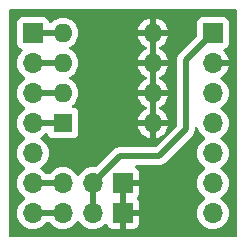
<source format=gbr>
%TF.GenerationSoftware,KiCad,Pcbnew,8.0.4*%
%TF.CreationDate,2024-07-26T21:26:35+02:00*%
%TF.ProjectId,rx_pcb,72785f70-6362-42e6-9b69-6361645f7063,rev?*%
%TF.SameCoordinates,Original*%
%TF.FileFunction,Copper,L1,Top*%
%TF.FilePolarity,Positive*%
%FSLAX46Y46*%
G04 Gerber Fmt 4.6, Leading zero omitted, Abs format (unit mm)*
G04 Created by KiCad (PCBNEW 8.0.4) date 2024-07-26 21:26:35*
%MOMM*%
%LPD*%
G01*
G04 APERTURE LIST*
%TA.AperFunction,ComponentPad*%
%ADD10R,1.600000X1.600000*%
%TD*%
%TA.AperFunction,ComponentPad*%
%ADD11O,1.600000X1.600000*%
%TD*%
%TA.AperFunction,ComponentPad*%
%ADD12R,1.700000X1.700000*%
%TD*%
%TA.AperFunction,ComponentPad*%
%ADD13O,1.700000X1.700000*%
%TD*%
%TA.AperFunction,Conductor*%
%ADD14C,0.500000*%
%TD*%
G04 APERTURE END LIST*
D10*
%TO.P,SW1,1*%
%TO.N,Net-(J1-Pin_4)*%
X121920000Y-83820000D03*
D11*
%TO.P,SW1,2*%
%TO.N,Net-(J1-Pin_3)*%
X121920000Y-81280000D03*
%TO.P,SW1,3*%
%TO.N,Net-(J1-Pin_2)*%
X121920000Y-78740000D03*
%TO.P,SW1,4*%
%TO.N,Net-(J1-Pin_1)*%
X121920000Y-76200000D03*
%TO.P,SW1,5*%
%TO.N,GND*%
X129540000Y-76200000D03*
%TO.P,SW1,6*%
X129540000Y-78740000D03*
%TO.P,SW1,7*%
X129540000Y-81280000D03*
%TO.P,SW1,8*%
X129540000Y-83820000D03*
%TD*%
D12*
%TO.P,J4,1,Pin_1*%
%TO.N,GND*%
X127000000Y-88900000D03*
D13*
%TO.P,J4,2,Pin_2*%
%TO.N,+5V*%
X124460000Y-88900000D03*
%TO.P,J4,3,Pin_3*%
%TO.N,Net-(J1-Pin_6)*%
X121920000Y-88900000D03*
%TD*%
D12*
%TO.P,J3,1,Pin_1*%
%TO.N,GND*%
X127000000Y-91440000D03*
D13*
%TO.P,J3,2,Pin_2*%
%TO.N,+5V*%
X124460000Y-91440000D03*
%TO.P,J3,3,Pin_3*%
%TO.N,Net-(J1-Pin_7)*%
X121920000Y-91440000D03*
%TD*%
D12*
%TO.P,J2,1,Pin_1*%
%TO.N,+5V*%
X134620000Y-76200000D03*
D13*
%TO.P,J2,2,Pin_2*%
%TO.N,GND*%
X134620000Y-78740000D03*
%TO.P,J2,3,Pin_3*%
%TO.N,unconnected-(J2-Pin_3-Pad3)*%
X134620000Y-81280000D03*
%TO.P,J2,4,Pin_4*%
%TO.N,unconnected-(J2-Pin_4-Pad4)*%
X134620000Y-83820000D03*
%TO.P,J2,5,Pin_5*%
%TO.N,unconnected-(J2-Pin_5-Pad5)*%
X134620000Y-86360000D03*
%TO.P,J2,6,Pin_6*%
%TO.N,unconnected-(J2-Pin_6-Pad6)*%
X134620000Y-88900000D03*
%TO.P,J2,7,Pin_7*%
%TO.N,unconnected-(J2-Pin_7-Pad7)*%
X134620000Y-91440000D03*
%TD*%
D12*
%TO.P,J1,1,Pin_1*%
%TO.N,Net-(J1-Pin_1)*%
X119380000Y-76200000D03*
D13*
%TO.P,J1,2,Pin_2*%
%TO.N,Net-(J1-Pin_2)*%
X119380000Y-78740000D03*
%TO.P,J1,3,Pin_3*%
%TO.N,Net-(J1-Pin_3)*%
X119380000Y-81280000D03*
%TO.P,J1,4,Pin_4*%
%TO.N,Net-(J1-Pin_4)*%
X119380000Y-83820000D03*
%TO.P,J1,5,Pin_5*%
%TO.N,unconnected-(J1-Pin_5-Pad5)*%
X119380000Y-86360000D03*
%TO.P,J1,6,Pin_6*%
%TO.N,Net-(J1-Pin_6)*%
X119380000Y-88900000D03*
%TO.P,J1,7,Pin_7*%
%TO.N,Net-(J1-Pin_7)*%
X119380000Y-91440000D03*
%TD*%
D14*
%TO.N,+5V*%
X124460000Y-88900000D02*
X126746000Y-86614000D01*
X126746000Y-86614000D02*
X130048000Y-86614000D01*
X130048000Y-86614000D02*
X132334000Y-84328000D01*
X132334000Y-84328000D02*
X132334000Y-78486000D01*
X132334000Y-78486000D02*
X134620000Y-76200000D01*
X124460000Y-91440000D02*
X124460000Y-88900000D01*
%TO.N,Net-(J1-Pin_7)*%
X119380000Y-91440000D02*
X121920000Y-91440000D01*
%TO.N,Net-(J1-Pin_6)*%
X119380000Y-88900000D02*
X121920000Y-88900000D01*
%TO.N,Net-(J1-Pin_4)*%
X119380000Y-83820000D02*
X121920000Y-83820000D01*
%TO.N,Net-(J1-Pin_3)*%
X119380000Y-81280000D02*
X121920000Y-81280000D01*
%TO.N,Net-(J1-Pin_2)*%
X119380000Y-78740000D02*
X121920000Y-78740000D01*
%TO.N,Net-(J1-Pin_1)*%
X119380000Y-76200000D02*
X121920000Y-76200000D01*
%TD*%
%TA.AperFunction,Conductor*%
%TO.N,GND*%
G36*
X127250000Y-91006988D02*
G01*
X127192993Y-90974075D01*
X127065826Y-90940000D01*
X126934174Y-90940000D01*
X126807007Y-90974075D01*
X126750000Y-91006988D01*
X126750000Y-89333012D01*
X126807007Y-89365925D01*
X126934174Y-89400000D01*
X127065826Y-89400000D01*
X127192993Y-89365925D01*
X127250000Y-89333012D01*
X127250000Y-91006988D01*
G37*
%TD.AperFunction*%
%TA.AperFunction,Conductor*%
G36*
X129790000Y-83504314D02*
G01*
X129785606Y-83499920D01*
X129694394Y-83447259D01*
X129592661Y-83420000D01*
X129487339Y-83420000D01*
X129385606Y-83447259D01*
X129294394Y-83499920D01*
X129290000Y-83504314D01*
X129290000Y-81595686D01*
X129294394Y-81600080D01*
X129385606Y-81652741D01*
X129487339Y-81680000D01*
X129592661Y-81680000D01*
X129694394Y-81652741D01*
X129785606Y-81600080D01*
X129790000Y-81595686D01*
X129790000Y-83504314D01*
G37*
%TD.AperFunction*%
%TA.AperFunction,Conductor*%
G36*
X129790000Y-80964314D02*
G01*
X129785606Y-80959920D01*
X129694394Y-80907259D01*
X129592661Y-80880000D01*
X129487339Y-80880000D01*
X129385606Y-80907259D01*
X129294394Y-80959920D01*
X129290000Y-80964314D01*
X129290000Y-79055686D01*
X129294394Y-79060080D01*
X129385606Y-79112741D01*
X129487339Y-79140000D01*
X129592661Y-79140000D01*
X129694394Y-79112741D01*
X129785606Y-79060080D01*
X129790000Y-79055686D01*
X129790000Y-80964314D01*
G37*
%TD.AperFunction*%
%TA.AperFunction,Conductor*%
G36*
X129790000Y-78424314D02*
G01*
X129785606Y-78419920D01*
X129694394Y-78367259D01*
X129592661Y-78340000D01*
X129487339Y-78340000D01*
X129385606Y-78367259D01*
X129294394Y-78419920D01*
X129290000Y-78424314D01*
X129290000Y-76515686D01*
X129294394Y-76520080D01*
X129385606Y-76572741D01*
X129487339Y-76600000D01*
X129592661Y-76600000D01*
X129694394Y-76572741D01*
X129785606Y-76520080D01*
X129790000Y-76515686D01*
X129790000Y-78424314D01*
G37*
%TD.AperFunction*%
%TA.AperFunction,Conductor*%
G36*
X136602539Y-74180185D02*
G01*
X136648294Y-74232989D01*
X136659500Y-74284500D01*
X136659500Y-93355500D01*
X136639815Y-93422539D01*
X136587011Y-93468294D01*
X136535500Y-93479500D01*
X117464500Y-93479500D01*
X117397461Y-93459815D01*
X117351706Y-93407011D01*
X117340500Y-93355500D01*
X117340500Y-78739999D01*
X118024341Y-78739999D01*
X118024341Y-78740000D01*
X118044936Y-78975403D01*
X118044938Y-78975413D01*
X118106094Y-79203655D01*
X118106096Y-79203659D01*
X118106097Y-79203663D01*
X118194145Y-79392482D01*
X118205965Y-79417830D01*
X118205967Y-79417834D01*
X118341501Y-79611395D01*
X118341506Y-79611402D01*
X118508597Y-79778493D01*
X118508603Y-79778498D01*
X118694158Y-79908425D01*
X118737783Y-79963002D01*
X118744977Y-80032500D01*
X118713454Y-80094855D01*
X118694158Y-80111575D01*
X118508597Y-80241505D01*
X118341505Y-80408597D01*
X118205965Y-80602169D01*
X118205964Y-80602171D01*
X118106098Y-80816335D01*
X118106094Y-80816344D01*
X118044938Y-81044586D01*
X118044936Y-81044596D01*
X118024341Y-81279999D01*
X118024341Y-81280000D01*
X118044936Y-81515403D01*
X118044938Y-81515413D01*
X118106094Y-81743655D01*
X118106096Y-81743659D01*
X118106097Y-81743663D01*
X118194145Y-81932482D01*
X118205965Y-81957830D01*
X118205967Y-81957834D01*
X118341501Y-82151395D01*
X118341506Y-82151402D01*
X118508597Y-82318493D01*
X118508603Y-82318498D01*
X118694158Y-82448425D01*
X118737783Y-82503002D01*
X118744977Y-82572500D01*
X118713454Y-82634855D01*
X118694158Y-82651575D01*
X118508597Y-82781505D01*
X118341505Y-82948597D01*
X118205965Y-83142169D01*
X118205964Y-83142171D01*
X118106098Y-83356335D01*
X118106094Y-83356344D01*
X118044938Y-83584586D01*
X118044936Y-83584596D01*
X118024341Y-83819999D01*
X118024341Y-83820000D01*
X118044936Y-84055403D01*
X118044938Y-84055413D01*
X118106094Y-84283655D01*
X118106096Y-84283659D01*
X118106097Y-84283663D01*
X118194145Y-84472482D01*
X118205965Y-84497830D01*
X118205967Y-84497834D01*
X118240329Y-84546907D01*
X118335973Y-84683501D01*
X118341501Y-84691395D01*
X118341506Y-84691402D01*
X118508597Y-84858493D01*
X118508603Y-84858498D01*
X118694158Y-84988425D01*
X118737783Y-85043002D01*
X118744977Y-85112500D01*
X118713454Y-85174855D01*
X118694158Y-85191575D01*
X118508597Y-85321505D01*
X118341505Y-85488597D01*
X118205965Y-85682169D01*
X118205964Y-85682171D01*
X118106098Y-85896335D01*
X118106094Y-85896344D01*
X118044938Y-86124586D01*
X118044936Y-86124596D01*
X118024341Y-86359999D01*
X118024341Y-86360000D01*
X118044936Y-86595403D01*
X118044938Y-86595413D01*
X118106094Y-86823655D01*
X118106096Y-86823659D01*
X118106097Y-86823663D01*
X118205965Y-87037830D01*
X118205967Y-87037834D01*
X118341501Y-87231395D01*
X118341504Y-87231400D01*
X118508597Y-87398493D01*
X118508603Y-87398498D01*
X118694158Y-87528425D01*
X118737783Y-87583002D01*
X118744977Y-87652500D01*
X118713454Y-87714855D01*
X118694158Y-87731575D01*
X118508597Y-87861505D01*
X118341505Y-88028597D01*
X118205965Y-88222169D01*
X118205964Y-88222171D01*
X118106098Y-88436335D01*
X118106094Y-88436344D01*
X118044938Y-88664586D01*
X118044936Y-88664596D01*
X118024341Y-88899999D01*
X118024341Y-88900000D01*
X118044936Y-89135403D01*
X118044938Y-89135413D01*
X118106094Y-89363655D01*
X118106096Y-89363659D01*
X118106097Y-89363663D01*
X118186004Y-89535023D01*
X118205965Y-89577830D01*
X118205967Y-89577834D01*
X118293873Y-89703376D01*
X118341501Y-89771396D01*
X118341506Y-89771402D01*
X118508597Y-89938493D01*
X118508603Y-89938498D01*
X118694158Y-90068425D01*
X118737783Y-90123002D01*
X118744977Y-90192500D01*
X118713454Y-90254855D01*
X118694158Y-90271575D01*
X118508597Y-90401505D01*
X118341505Y-90568597D01*
X118205965Y-90762169D01*
X118205964Y-90762171D01*
X118106098Y-90976335D01*
X118106094Y-90976344D01*
X118044938Y-91204586D01*
X118044936Y-91204596D01*
X118024341Y-91439999D01*
X118024341Y-91440000D01*
X118044936Y-91675403D01*
X118044938Y-91675413D01*
X118106094Y-91903655D01*
X118106096Y-91903659D01*
X118106097Y-91903663D01*
X118186004Y-92075023D01*
X118205965Y-92117830D01*
X118205967Y-92117834D01*
X118293873Y-92243376D01*
X118341505Y-92311401D01*
X118508599Y-92478495D01*
X118585135Y-92532086D01*
X118702165Y-92614032D01*
X118702167Y-92614033D01*
X118702170Y-92614035D01*
X118916337Y-92713903D01*
X119144592Y-92775063D01*
X119315319Y-92790000D01*
X119379999Y-92795659D01*
X119380000Y-92795659D01*
X119380001Y-92795659D01*
X119444681Y-92790000D01*
X119615408Y-92775063D01*
X119843663Y-92713903D01*
X120057830Y-92614035D01*
X120251401Y-92478495D01*
X120418495Y-92311401D01*
X120466127Y-92243376D01*
X120520704Y-92199751D01*
X120567701Y-92190500D01*
X120732299Y-92190500D01*
X120799338Y-92210185D01*
X120833873Y-92243376D01*
X120881505Y-92311401D01*
X121048599Y-92478495D01*
X121125135Y-92532086D01*
X121242165Y-92614032D01*
X121242167Y-92614033D01*
X121242170Y-92614035D01*
X121456337Y-92713903D01*
X121684592Y-92775063D01*
X121855319Y-92790000D01*
X121919999Y-92795659D01*
X121920000Y-92795659D01*
X121920001Y-92795659D01*
X121984681Y-92790000D01*
X122155408Y-92775063D01*
X122383663Y-92713903D01*
X122597830Y-92614035D01*
X122791401Y-92478495D01*
X122958495Y-92311401D01*
X123088425Y-92125842D01*
X123143002Y-92082217D01*
X123212500Y-92075023D01*
X123274855Y-92106546D01*
X123291575Y-92125842D01*
X123421500Y-92311395D01*
X123421505Y-92311401D01*
X123588599Y-92478495D01*
X123665135Y-92532086D01*
X123782165Y-92614032D01*
X123782167Y-92614033D01*
X123782170Y-92614035D01*
X123996337Y-92713903D01*
X124224592Y-92775063D01*
X124395319Y-92790000D01*
X124459999Y-92795659D01*
X124460000Y-92795659D01*
X124460001Y-92795659D01*
X124524681Y-92790000D01*
X124695408Y-92775063D01*
X124923663Y-92713903D01*
X125137830Y-92614035D01*
X125331401Y-92478495D01*
X125453717Y-92356178D01*
X125515036Y-92322696D01*
X125584728Y-92327680D01*
X125640662Y-92369551D01*
X125657577Y-92400528D01*
X125706646Y-92532088D01*
X125706649Y-92532093D01*
X125792809Y-92647187D01*
X125792812Y-92647190D01*
X125907906Y-92733350D01*
X125907913Y-92733354D01*
X126042620Y-92783596D01*
X126042627Y-92783598D01*
X126102155Y-92789999D01*
X126102172Y-92790000D01*
X126750000Y-92790000D01*
X126750000Y-91873012D01*
X126807007Y-91905925D01*
X126934174Y-91940000D01*
X127065826Y-91940000D01*
X127192993Y-91905925D01*
X127250000Y-91873012D01*
X127250000Y-92790000D01*
X127897828Y-92790000D01*
X127897844Y-92789999D01*
X127957372Y-92783598D01*
X127957379Y-92783596D01*
X128092086Y-92733354D01*
X128092093Y-92733350D01*
X128207187Y-92647190D01*
X128207190Y-92647187D01*
X128293350Y-92532093D01*
X128293354Y-92532086D01*
X128343596Y-92397379D01*
X128343598Y-92397372D01*
X128349999Y-92337844D01*
X128350000Y-92337827D01*
X128350000Y-91690000D01*
X127433012Y-91690000D01*
X127465925Y-91632993D01*
X127500000Y-91505826D01*
X127500000Y-91374174D01*
X127465925Y-91247007D01*
X127433012Y-91190000D01*
X128350000Y-91190000D01*
X128350000Y-90542172D01*
X128349999Y-90542155D01*
X128343598Y-90482627D01*
X128343596Y-90482620D01*
X128293354Y-90347913D01*
X128293352Y-90347910D01*
X128215798Y-90244312D01*
X128191380Y-90178848D01*
X128206231Y-90110574D01*
X128215798Y-90095688D01*
X128293352Y-89992089D01*
X128293354Y-89992086D01*
X128343596Y-89857379D01*
X128343598Y-89857372D01*
X128349999Y-89797844D01*
X128350000Y-89797827D01*
X128350000Y-89150000D01*
X127433012Y-89150000D01*
X127465925Y-89092993D01*
X127500000Y-88965826D01*
X127500000Y-88834174D01*
X127465925Y-88707007D01*
X127433012Y-88650000D01*
X128350000Y-88650000D01*
X128350000Y-88002172D01*
X128349999Y-88002155D01*
X128343598Y-87942627D01*
X128343596Y-87942620D01*
X128293354Y-87807913D01*
X128293350Y-87807906D01*
X128207190Y-87692812D01*
X128207187Y-87692809D01*
X128092093Y-87606649D01*
X128092088Y-87606646D01*
X128086821Y-87604682D01*
X128030888Y-87562810D01*
X128006471Y-87497346D01*
X128021323Y-87429073D01*
X128070728Y-87379668D01*
X128130155Y-87364500D01*
X130121920Y-87364500D01*
X130219462Y-87345096D01*
X130266913Y-87335658D01*
X130403495Y-87279084D01*
X130474858Y-87231401D01*
X130526416Y-87196952D01*
X132916951Y-84806416D01*
X132999084Y-84683495D01*
X133055658Y-84546913D01*
X133084500Y-84401918D01*
X133084500Y-84254083D01*
X133084500Y-84249243D01*
X133104185Y-84182204D01*
X133156989Y-84136449D01*
X133226147Y-84126505D01*
X133289703Y-84155530D01*
X133327477Y-84214308D01*
X133328275Y-84217150D01*
X133346094Y-84283655D01*
X133346096Y-84283659D01*
X133346097Y-84283663D01*
X133434145Y-84472482D01*
X133445965Y-84497830D01*
X133445967Y-84497834D01*
X133480329Y-84546907D01*
X133575973Y-84683501D01*
X133581501Y-84691395D01*
X133581506Y-84691402D01*
X133748597Y-84858493D01*
X133748603Y-84858498D01*
X133934158Y-84988425D01*
X133977783Y-85043002D01*
X133984977Y-85112500D01*
X133953454Y-85174855D01*
X133934158Y-85191575D01*
X133748597Y-85321505D01*
X133581505Y-85488597D01*
X133445965Y-85682169D01*
X133445964Y-85682171D01*
X133346098Y-85896335D01*
X133346094Y-85896344D01*
X133284938Y-86124586D01*
X133284936Y-86124596D01*
X133264341Y-86359999D01*
X133264341Y-86360000D01*
X133284936Y-86595403D01*
X133284938Y-86595413D01*
X133346094Y-86823655D01*
X133346096Y-86823659D01*
X133346097Y-86823663D01*
X133445965Y-87037830D01*
X133445967Y-87037834D01*
X133581501Y-87231395D01*
X133581504Y-87231400D01*
X133748597Y-87398493D01*
X133748603Y-87398498D01*
X133934158Y-87528425D01*
X133977783Y-87583002D01*
X133984977Y-87652500D01*
X133953454Y-87714855D01*
X133934158Y-87731575D01*
X133748597Y-87861505D01*
X133581505Y-88028597D01*
X133445965Y-88222169D01*
X133445964Y-88222171D01*
X133346098Y-88436335D01*
X133346094Y-88436344D01*
X133284938Y-88664586D01*
X133284936Y-88664596D01*
X133264341Y-88899999D01*
X133264341Y-88900000D01*
X133284936Y-89135403D01*
X133284938Y-89135413D01*
X133346094Y-89363655D01*
X133346096Y-89363659D01*
X133346097Y-89363663D01*
X133426004Y-89535023D01*
X133445965Y-89577830D01*
X133445967Y-89577834D01*
X133533873Y-89703376D01*
X133581501Y-89771396D01*
X133581506Y-89771402D01*
X133748597Y-89938493D01*
X133748603Y-89938498D01*
X133934158Y-90068425D01*
X133977783Y-90123002D01*
X133984977Y-90192500D01*
X133953454Y-90254855D01*
X133934158Y-90271575D01*
X133748597Y-90401505D01*
X133581505Y-90568597D01*
X133445965Y-90762169D01*
X133445964Y-90762171D01*
X133346098Y-90976335D01*
X133346094Y-90976344D01*
X133284938Y-91204586D01*
X133284936Y-91204596D01*
X133264341Y-91439999D01*
X133264341Y-91440000D01*
X133284936Y-91675403D01*
X133284938Y-91675413D01*
X133346094Y-91903655D01*
X133346096Y-91903659D01*
X133346097Y-91903663D01*
X133426004Y-92075023D01*
X133445965Y-92117830D01*
X133445967Y-92117834D01*
X133533873Y-92243376D01*
X133581505Y-92311401D01*
X133748599Y-92478495D01*
X133825135Y-92532086D01*
X133942165Y-92614032D01*
X133942167Y-92614033D01*
X133942170Y-92614035D01*
X134156337Y-92713903D01*
X134384592Y-92775063D01*
X134555319Y-92790000D01*
X134619999Y-92795659D01*
X134620000Y-92795659D01*
X134620001Y-92795659D01*
X134684681Y-92790000D01*
X134855408Y-92775063D01*
X135083663Y-92713903D01*
X135297830Y-92614035D01*
X135491401Y-92478495D01*
X135658495Y-92311401D01*
X135794035Y-92117830D01*
X135893903Y-91903663D01*
X135955063Y-91675408D01*
X135975659Y-91440000D01*
X135955063Y-91204592D01*
X135893903Y-90976337D01*
X135794035Y-90762171D01*
X135788425Y-90754158D01*
X135658494Y-90568597D01*
X135491402Y-90401506D01*
X135491396Y-90401501D01*
X135305842Y-90271575D01*
X135262217Y-90216998D01*
X135255023Y-90147500D01*
X135286546Y-90085145D01*
X135305842Y-90068425D01*
X135414865Y-89992086D01*
X135491401Y-89938495D01*
X135658495Y-89771401D01*
X135794035Y-89577830D01*
X135893903Y-89363663D01*
X135955063Y-89135408D01*
X135975659Y-88900000D01*
X135955063Y-88664592D01*
X135893903Y-88436337D01*
X135794035Y-88222171D01*
X135788425Y-88214158D01*
X135658494Y-88028597D01*
X135491402Y-87861506D01*
X135491396Y-87861501D01*
X135305842Y-87731575D01*
X135262217Y-87676998D01*
X135255023Y-87607500D01*
X135286546Y-87545145D01*
X135305842Y-87528425D01*
X135447731Y-87429073D01*
X135491401Y-87398495D01*
X135658495Y-87231401D01*
X135794035Y-87037830D01*
X135893903Y-86823663D01*
X135955063Y-86595408D01*
X135975659Y-86360000D01*
X135955063Y-86124592D01*
X135893903Y-85896337D01*
X135794035Y-85682171D01*
X135658495Y-85488599D01*
X135658494Y-85488597D01*
X135491402Y-85321506D01*
X135491396Y-85321501D01*
X135305842Y-85191575D01*
X135262217Y-85136998D01*
X135255023Y-85067500D01*
X135286546Y-85005145D01*
X135305842Y-84988425D01*
X135360527Y-84950134D01*
X135491401Y-84858495D01*
X135658495Y-84691401D01*
X135794035Y-84497830D01*
X135893903Y-84283663D01*
X135955063Y-84055408D01*
X135975659Y-83820000D01*
X135955063Y-83584592D01*
X135893903Y-83356337D01*
X135794035Y-83142171D01*
X135743151Y-83069500D01*
X135658494Y-82948597D01*
X135491402Y-82781506D01*
X135491396Y-82781501D01*
X135305842Y-82651575D01*
X135262217Y-82596998D01*
X135255023Y-82527500D01*
X135286546Y-82465145D01*
X135305842Y-82448425D01*
X135359907Y-82410568D01*
X135491401Y-82318495D01*
X135658495Y-82151401D01*
X135794035Y-81957830D01*
X135893903Y-81743663D01*
X135955063Y-81515408D01*
X135975659Y-81280000D01*
X135955063Y-81044592D01*
X135893903Y-80816337D01*
X135794035Y-80602171D01*
X135743151Y-80529500D01*
X135658494Y-80408597D01*
X135491402Y-80241506D01*
X135491401Y-80241505D01*
X135305405Y-80111269D01*
X135261781Y-80056692D01*
X135254588Y-79987193D01*
X135286110Y-79924839D01*
X135305405Y-79908119D01*
X135491082Y-79778105D01*
X135658105Y-79611082D01*
X135793600Y-79417578D01*
X135893429Y-79203492D01*
X135893432Y-79203486D01*
X135950636Y-78990000D01*
X135053012Y-78990000D01*
X135085925Y-78932993D01*
X135120000Y-78805826D01*
X135120000Y-78674174D01*
X135085925Y-78547007D01*
X135053012Y-78490000D01*
X135950636Y-78490000D01*
X135950635Y-78489999D01*
X135893432Y-78276513D01*
X135893429Y-78276507D01*
X135793600Y-78062422D01*
X135793599Y-78062420D01*
X135658113Y-77868926D01*
X135658108Y-77868920D01*
X135536053Y-77746865D01*
X135502568Y-77685542D01*
X135507552Y-77615850D01*
X135549424Y-77559917D01*
X135580400Y-77543002D01*
X135712331Y-77493796D01*
X135827546Y-77407546D01*
X135913796Y-77292331D01*
X135964091Y-77157483D01*
X135970500Y-77097873D01*
X135970499Y-75302128D01*
X135964091Y-75242517D01*
X135913796Y-75107669D01*
X135913795Y-75107668D01*
X135913793Y-75107664D01*
X135827547Y-74992455D01*
X135827544Y-74992452D01*
X135712335Y-74906206D01*
X135712328Y-74906202D01*
X135577482Y-74855908D01*
X135577483Y-74855908D01*
X135517883Y-74849501D01*
X135517881Y-74849500D01*
X135517873Y-74849500D01*
X135517864Y-74849500D01*
X133722129Y-74849500D01*
X133722123Y-74849501D01*
X133662516Y-74855908D01*
X133527671Y-74906202D01*
X133527664Y-74906206D01*
X133412455Y-74992452D01*
X133412452Y-74992455D01*
X133326206Y-75107664D01*
X133326202Y-75107671D01*
X133275908Y-75242517D01*
X133269501Y-75302116D01*
X133269501Y-75302123D01*
X133269500Y-75302135D01*
X133269500Y-76437769D01*
X133249815Y-76504808D01*
X133233181Y-76525450D01*
X131751047Y-78007584D01*
X131740015Y-78024095D01*
X131729031Y-78040536D01*
X131698870Y-78085674D01*
X131668914Y-78130507D01*
X131612343Y-78267082D01*
X131612340Y-78267092D01*
X131583500Y-78412079D01*
X131583500Y-83965770D01*
X131563815Y-84032809D01*
X131547181Y-84053451D01*
X129773451Y-85827181D01*
X129712128Y-85860666D01*
X129685770Y-85863500D01*
X126672080Y-85863500D01*
X126527092Y-85892340D01*
X126527082Y-85892343D01*
X126390511Y-85948912D01*
X126390498Y-85948919D01*
X126267584Y-86031048D01*
X126267580Y-86031051D01*
X124771500Y-87527130D01*
X124710177Y-87560615D01*
X124673012Y-87562977D01*
X124460002Y-87544341D01*
X124459999Y-87544341D01*
X124224596Y-87564936D01*
X124224586Y-87564938D01*
X123996344Y-87626094D01*
X123996335Y-87626098D01*
X123782171Y-87725964D01*
X123782169Y-87725965D01*
X123588597Y-87861505D01*
X123421505Y-88028597D01*
X123291575Y-88214158D01*
X123236998Y-88257783D01*
X123167500Y-88264977D01*
X123105145Y-88233454D01*
X123088425Y-88214158D01*
X122958494Y-88028597D01*
X122791402Y-87861506D01*
X122791395Y-87861501D01*
X122597834Y-87725967D01*
X122597830Y-87725965D01*
X122597828Y-87725964D01*
X122383663Y-87626097D01*
X122383659Y-87626096D01*
X122383655Y-87626094D01*
X122155413Y-87564938D01*
X122155403Y-87564936D01*
X121920001Y-87544341D01*
X121919999Y-87544341D01*
X121684596Y-87564936D01*
X121684586Y-87564938D01*
X121456344Y-87626094D01*
X121456335Y-87626098D01*
X121242171Y-87725964D01*
X121242169Y-87725965D01*
X121048597Y-87861505D01*
X120881506Y-88028596D01*
X120833874Y-88096623D01*
X120779297Y-88140248D01*
X120732299Y-88149500D01*
X120567701Y-88149500D01*
X120500662Y-88129815D01*
X120466126Y-88096623D01*
X120418494Y-88028597D01*
X120251402Y-87861506D01*
X120251396Y-87861501D01*
X120065842Y-87731575D01*
X120022217Y-87676998D01*
X120015023Y-87607500D01*
X120046546Y-87545145D01*
X120065842Y-87528425D01*
X120207731Y-87429073D01*
X120251401Y-87398495D01*
X120418495Y-87231401D01*
X120554035Y-87037830D01*
X120653903Y-86823663D01*
X120715063Y-86595408D01*
X120735659Y-86360000D01*
X120715063Y-86124592D01*
X120653903Y-85896337D01*
X120554035Y-85682171D01*
X120418495Y-85488599D01*
X120418494Y-85488597D01*
X120251402Y-85321506D01*
X120251396Y-85321501D01*
X120065842Y-85191575D01*
X120022217Y-85136998D01*
X120015023Y-85067500D01*
X120046546Y-85005145D01*
X120065842Y-84988425D01*
X120120527Y-84950134D01*
X120251401Y-84858495D01*
X120418495Y-84691401D01*
X120418495Y-84691400D01*
X120422323Y-84687573D01*
X120423900Y-84689150D01*
X120474074Y-84655729D01*
X120543935Y-84654583D01*
X120603325Y-84691387D01*
X120627139Y-84730783D01*
X120676203Y-84862330D01*
X120676206Y-84862335D01*
X120762452Y-84977544D01*
X120762455Y-84977547D01*
X120877664Y-85063793D01*
X120877671Y-85063797D01*
X121012517Y-85114091D01*
X121012516Y-85114091D01*
X121019444Y-85114835D01*
X121072127Y-85120500D01*
X122767872Y-85120499D01*
X122827483Y-85114091D01*
X122962331Y-85063796D01*
X123077546Y-84977546D01*
X123163796Y-84862331D01*
X123214091Y-84727483D01*
X123220500Y-84667873D01*
X123220499Y-82972128D01*
X123214091Y-82912517D01*
X123212859Y-82909215D01*
X123163797Y-82777671D01*
X123163793Y-82777664D01*
X123077547Y-82662455D01*
X123077544Y-82662452D01*
X122962335Y-82576206D01*
X122962328Y-82576202D01*
X122827482Y-82525908D01*
X122827483Y-82525908D01*
X122792404Y-82522137D01*
X122727853Y-82495399D01*
X122688005Y-82438006D01*
X122685512Y-82368181D01*
X122721165Y-82308092D01*
X122734539Y-82297272D01*
X122759140Y-82280046D01*
X122920045Y-82119141D01*
X122920047Y-82119139D01*
X123050568Y-81932734D01*
X123146739Y-81726496D01*
X123205635Y-81506692D01*
X123225468Y-81280000D01*
X123205635Y-81053308D01*
X123146739Y-80833504D01*
X123050568Y-80627266D01*
X122920047Y-80440861D01*
X122920045Y-80440858D01*
X122759141Y-80279954D01*
X122572734Y-80149432D01*
X122572728Y-80149429D01*
X122514725Y-80122382D01*
X122462285Y-80076210D01*
X122443133Y-80009017D01*
X122463348Y-79942135D01*
X122514725Y-79897618D01*
X122572734Y-79870568D01*
X122759139Y-79740047D01*
X122920047Y-79579139D01*
X123050568Y-79392734D01*
X123146739Y-79186496D01*
X123205635Y-78966692D01*
X123225468Y-78740000D01*
X123205635Y-78513308D01*
X123146739Y-78293504D01*
X123050568Y-78087266D01*
X122920047Y-77900861D01*
X122920045Y-77900858D01*
X122759141Y-77739954D01*
X122572734Y-77609432D01*
X122572728Y-77609429D01*
X122545038Y-77596517D01*
X122514724Y-77582381D01*
X122462285Y-77536210D01*
X122443133Y-77469017D01*
X122463348Y-77402135D01*
X122514725Y-77357618D01*
X122572734Y-77330568D01*
X122759139Y-77200047D01*
X122920047Y-77039139D01*
X123050568Y-76852734D01*
X123146739Y-76646496D01*
X123205635Y-76426692D01*
X123225468Y-76200000D01*
X123205635Y-75973308D01*
X123199389Y-75949999D01*
X128261127Y-75949999D01*
X128261128Y-75950000D01*
X129224314Y-75950000D01*
X129219920Y-75954394D01*
X129167259Y-76045606D01*
X129140000Y-76147339D01*
X129140000Y-76252661D01*
X129167259Y-76354394D01*
X129219920Y-76445606D01*
X129224314Y-76450000D01*
X128261128Y-76450000D01*
X128313730Y-76646317D01*
X128313734Y-76646326D01*
X128409865Y-76852482D01*
X128540342Y-77038820D01*
X128701179Y-77199657D01*
X128887517Y-77330134D01*
X128946457Y-77357618D01*
X128998896Y-77403790D01*
X129018048Y-77470984D01*
X128997832Y-77537865D01*
X128946457Y-77582382D01*
X128887517Y-77609865D01*
X128701179Y-77740342D01*
X128540342Y-77901179D01*
X128409865Y-78087517D01*
X128313734Y-78293673D01*
X128313730Y-78293682D01*
X128261127Y-78489999D01*
X128261128Y-78490000D01*
X129224314Y-78490000D01*
X129219920Y-78494394D01*
X129167259Y-78585606D01*
X129140000Y-78687339D01*
X129140000Y-78792661D01*
X129167259Y-78894394D01*
X129219920Y-78985606D01*
X129224314Y-78990000D01*
X128261128Y-78990000D01*
X128313730Y-79186317D01*
X128313734Y-79186326D01*
X128409865Y-79392482D01*
X128540342Y-79578820D01*
X128701179Y-79739657D01*
X128887517Y-79870134D01*
X128946457Y-79897618D01*
X128998896Y-79943790D01*
X129018048Y-80010984D01*
X128997832Y-80077865D01*
X128946457Y-80122382D01*
X128887517Y-80149865D01*
X128701179Y-80280342D01*
X128540342Y-80441179D01*
X128409865Y-80627517D01*
X128313734Y-80833673D01*
X128313730Y-80833682D01*
X128261127Y-81029999D01*
X128261128Y-81030000D01*
X129224314Y-81030000D01*
X129219920Y-81034394D01*
X129167259Y-81125606D01*
X129140000Y-81227339D01*
X129140000Y-81332661D01*
X129167259Y-81434394D01*
X129219920Y-81525606D01*
X129224314Y-81530000D01*
X128261128Y-81530000D01*
X128313730Y-81726317D01*
X128313734Y-81726326D01*
X128409865Y-81932482D01*
X128540342Y-82118820D01*
X128701179Y-82279657D01*
X128887517Y-82410134D01*
X128946457Y-82437618D01*
X128998896Y-82483790D01*
X129018048Y-82550984D01*
X128997832Y-82617865D01*
X128946457Y-82662382D01*
X128887517Y-82689865D01*
X128701179Y-82820342D01*
X128540342Y-82981179D01*
X128409865Y-83167517D01*
X128313734Y-83373673D01*
X128313730Y-83373682D01*
X128261127Y-83569999D01*
X128261128Y-83570000D01*
X129224314Y-83570000D01*
X129219920Y-83574394D01*
X129167259Y-83665606D01*
X129140000Y-83767339D01*
X129140000Y-83872661D01*
X129167259Y-83974394D01*
X129219920Y-84065606D01*
X129224314Y-84070000D01*
X128261128Y-84070000D01*
X128313730Y-84266317D01*
X128313734Y-84266326D01*
X128409865Y-84472482D01*
X128540342Y-84658820D01*
X128701179Y-84819657D01*
X128887517Y-84950134D01*
X129093673Y-85046265D01*
X129093682Y-85046269D01*
X129289999Y-85098872D01*
X129290000Y-85098871D01*
X129290000Y-84135686D01*
X129294394Y-84140080D01*
X129385606Y-84192741D01*
X129487339Y-84220000D01*
X129592661Y-84220000D01*
X129694394Y-84192741D01*
X129785606Y-84140080D01*
X129790000Y-84135686D01*
X129790000Y-85098872D01*
X129986317Y-85046269D01*
X129986326Y-85046265D01*
X130192482Y-84950134D01*
X130378820Y-84819657D01*
X130539657Y-84658820D01*
X130670134Y-84472482D01*
X130766265Y-84266326D01*
X130766269Y-84266317D01*
X130818872Y-84070000D01*
X129855686Y-84070000D01*
X129860080Y-84065606D01*
X129912741Y-83974394D01*
X129940000Y-83872661D01*
X129940000Y-83767339D01*
X129912741Y-83665606D01*
X129860080Y-83574394D01*
X129855686Y-83570000D01*
X130818872Y-83570000D01*
X130818872Y-83569999D01*
X130766269Y-83373682D01*
X130766265Y-83373673D01*
X130670134Y-83167517D01*
X130539657Y-82981179D01*
X130378820Y-82820342D01*
X130192481Y-82689865D01*
X130192479Y-82689864D01*
X130133543Y-82662382D01*
X130081103Y-82616210D01*
X130061951Y-82549017D01*
X130082166Y-82482136D01*
X130133543Y-82437618D01*
X130192479Y-82410135D01*
X130192481Y-82410134D01*
X130378820Y-82279657D01*
X130539657Y-82118820D01*
X130670134Y-81932482D01*
X130766265Y-81726326D01*
X130766269Y-81726317D01*
X130818872Y-81530000D01*
X129855686Y-81530000D01*
X129860080Y-81525606D01*
X129912741Y-81434394D01*
X129940000Y-81332661D01*
X129940000Y-81227339D01*
X129912741Y-81125606D01*
X129860080Y-81034394D01*
X129855686Y-81030000D01*
X130818872Y-81030000D01*
X130818872Y-81029999D01*
X130766269Y-80833682D01*
X130766265Y-80833673D01*
X130670134Y-80627517D01*
X130539657Y-80441179D01*
X130378820Y-80280342D01*
X130192481Y-80149865D01*
X130192479Y-80149864D01*
X130133543Y-80122382D01*
X130081103Y-80076210D01*
X130061951Y-80009017D01*
X130082166Y-79942136D01*
X130133543Y-79897618D01*
X130192479Y-79870135D01*
X130192481Y-79870134D01*
X130378820Y-79739657D01*
X130539657Y-79578820D01*
X130670134Y-79392482D01*
X130766265Y-79186326D01*
X130766269Y-79186317D01*
X130818872Y-78990000D01*
X129855686Y-78990000D01*
X129860080Y-78985606D01*
X129912741Y-78894394D01*
X129940000Y-78792661D01*
X129940000Y-78687339D01*
X129912741Y-78585606D01*
X129860080Y-78494394D01*
X129855686Y-78490000D01*
X130818872Y-78490000D01*
X130818872Y-78489999D01*
X130766269Y-78293682D01*
X130766265Y-78293673D01*
X130670134Y-78087517D01*
X130539657Y-77901179D01*
X130378820Y-77740342D01*
X130192481Y-77609865D01*
X130192479Y-77609864D01*
X130133543Y-77582382D01*
X130081103Y-77536210D01*
X130061951Y-77469017D01*
X130082166Y-77402136D01*
X130133543Y-77357618D01*
X130192479Y-77330135D01*
X130192481Y-77330134D01*
X130378820Y-77199657D01*
X130539657Y-77038820D01*
X130670134Y-76852482D01*
X130766265Y-76646326D01*
X130766269Y-76646317D01*
X130818872Y-76450000D01*
X129855686Y-76450000D01*
X129860080Y-76445606D01*
X129912741Y-76354394D01*
X129940000Y-76252661D01*
X129940000Y-76147339D01*
X129912741Y-76045606D01*
X129860080Y-75954394D01*
X129855686Y-75950000D01*
X130818872Y-75950000D01*
X130818872Y-75949999D01*
X130766269Y-75753682D01*
X130766265Y-75753673D01*
X130670134Y-75547517D01*
X130539657Y-75361179D01*
X130378820Y-75200342D01*
X130192482Y-75069865D01*
X129986328Y-74973734D01*
X129790000Y-74921127D01*
X129790000Y-75884314D01*
X129785606Y-75879920D01*
X129694394Y-75827259D01*
X129592661Y-75800000D01*
X129487339Y-75800000D01*
X129385606Y-75827259D01*
X129294394Y-75879920D01*
X129290000Y-75884314D01*
X129290000Y-74921127D01*
X129093671Y-74973734D01*
X128887517Y-75069865D01*
X128701179Y-75200342D01*
X128540342Y-75361179D01*
X128409865Y-75547517D01*
X128313734Y-75753673D01*
X128313730Y-75753682D01*
X128261127Y-75949999D01*
X123199389Y-75949999D01*
X123146739Y-75753504D01*
X123050568Y-75547266D01*
X122920047Y-75360861D01*
X122920045Y-75360858D01*
X122759141Y-75199954D01*
X122572734Y-75069432D01*
X122572732Y-75069431D01*
X122366497Y-74973261D01*
X122366488Y-74973258D01*
X122146697Y-74914366D01*
X122146693Y-74914365D01*
X122146692Y-74914365D01*
X122146691Y-74914364D01*
X122146686Y-74914364D01*
X121920002Y-74894532D01*
X121919998Y-74894532D01*
X121693313Y-74914364D01*
X121693302Y-74914366D01*
X121473511Y-74973258D01*
X121473502Y-74973261D01*
X121267267Y-75069431D01*
X121267265Y-75069432D01*
X121080862Y-75199951D01*
X120937858Y-75342955D01*
X120876535Y-75376439D01*
X120806843Y-75371455D01*
X120750910Y-75329583D01*
X120726887Y-75268526D01*
X120724091Y-75242516D01*
X120673797Y-75107671D01*
X120673793Y-75107664D01*
X120587547Y-74992455D01*
X120587544Y-74992452D01*
X120472335Y-74906206D01*
X120472328Y-74906202D01*
X120337482Y-74855908D01*
X120337483Y-74855908D01*
X120277883Y-74849501D01*
X120277881Y-74849500D01*
X120277873Y-74849500D01*
X120277864Y-74849500D01*
X118482129Y-74849500D01*
X118482123Y-74849501D01*
X118422516Y-74855908D01*
X118287671Y-74906202D01*
X118287664Y-74906206D01*
X118172455Y-74992452D01*
X118172452Y-74992455D01*
X118086206Y-75107664D01*
X118086202Y-75107671D01*
X118035908Y-75242517D01*
X118029501Y-75302116D01*
X118029501Y-75302123D01*
X118029500Y-75302135D01*
X118029500Y-77097870D01*
X118029501Y-77097876D01*
X118035908Y-77157483D01*
X118086202Y-77292328D01*
X118086206Y-77292335D01*
X118172452Y-77407544D01*
X118172455Y-77407547D01*
X118287664Y-77493793D01*
X118287671Y-77493797D01*
X118419081Y-77542810D01*
X118475015Y-77584681D01*
X118499432Y-77650145D01*
X118484580Y-77718418D01*
X118463430Y-77746673D01*
X118341503Y-77868600D01*
X118205965Y-78062169D01*
X118205964Y-78062171D01*
X118106098Y-78276335D01*
X118106094Y-78276344D01*
X118044938Y-78504586D01*
X118044936Y-78504596D01*
X118024341Y-78739999D01*
X117340500Y-78739999D01*
X117340500Y-74284500D01*
X117360185Y-74217461D01*
X117412989Y-74171706D01*
X117464500Y-74160500D01*
X136535500Y-74160500D01*
X136602539Y-74180185D01*
G37*
%TD.AperFunction*%
%TD*%
M02*

</source>
